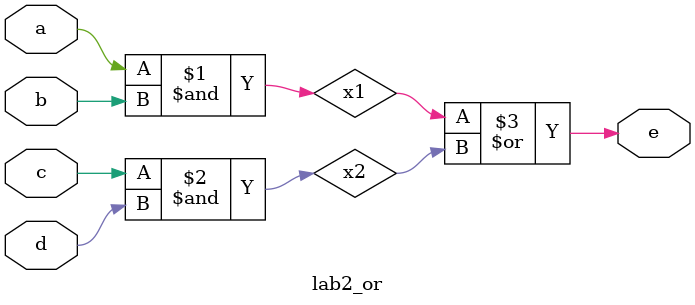
<source format=v>
`timescale 1ns / 1ps
module lab2_or(
    input a,
    input b,
    input c,
    input d,
    output e
    );
wire x1,x2;
and(x1,a,b);
and(x2,c,d);
or(e,x1,x2);
endmodule

</source>
